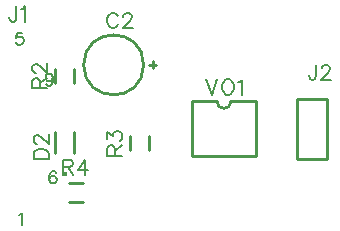
<source format=gbr>
G04 DipTrace 3.0.0.1*
G04 TopSilk.gbr*
%MOIN*%
G04 #@! TF.FileFunction,Legend,Top*
G04 #@! TF.Part,Single*
%ADD10C,0.009843*%
%ADD16C,0.015749*%
%ADD56C,0.00772*%
%ADD59C,0.006176*%
%FSLAX26Y26*%
G04*
G70*
G90*
G75*
G01*
G04 TopSilk*
%LPD*%
X517381Y224320D2*
D10*
Y200680D1*
X529200Y212500D2*
X505587D1*
X287506D2*
G02X287506Y212500I99965J0D01*
G01*
X193501Y-81012D2*
Y-10133D1*
X256496Y-81012D2*
Y-10133D1*
D16*
X224999Y-149902D3*
X1100005Y100012D2*
D10*
X1000000D1*
Y-100012D1*
X1100005D1*
Y100012D1*
X256493Y200093D2*
Y152860D1*
X193507Y200093D2*
Y152860D1*
X443507Y-72140D2*
Y-24907D1*
X506493Y-72140D2*
Y-24907D1*
X237407Y-181007D2*
X284640D1*
X237407Y-243993D2*
X284640D1*
X648539Y-90551D2*
X861107D1*
X648539Y90551D2*
Y-90551D1*
X861107D2*
Y90551D1*
X648539D2*
X731190D1*
X861107D2*
X778456D1*
X731190D2*
G03X778456Y90551I23633J-1D01*
G01*
X401822Y373785D2*
D56*
X399445Y378538D1*
X394637Y383346D1*
X389883Y385723D1*
X380322D1*
X375513Y383346D1*
X370760Y378538D1*
X368328Y373785D1*
X365952Y366600D1*
Y354606D1*
X368328Y347477D1*
X370760Y342668D1*
X375513Y337915D1*
X380322Y335483D1*
X389883D1*
X394637Y337915D1*
X399445Y342668D1*
X401822Y347477D1*
X419693Y373730D2*
Y376106D1*
X422069Y380915D1*
X424446Y383291D1*
X429254Y385668D1*
X438816D1*
X443569Y383291D1*
X445946Y380915D1*
X448378Y376106D1*
Y371353D1*
X445946Y366545D1*
X441193Y359415D1*
X417261Y335483D1*
X450754D1*
X120278Y-101547D2*
X170518D1*
Y-84801D1*
X168086Y-77616D1*
X163333Y-72807D1*
X158525Y-70431D1*
X151395Y-68054D1*
X139402D1*
X132217Y-70431D1*
X127463Y-72807D1*
X122655Y-77616D1*
X120278Y-84801D1*
Y-101547D1*
X132272Y-50183D2*
X129895D1*
X125087Y-47806D1*
X122710Y-45430D1*
X120334Y-40621D1*
Y-31060D1*
X122710Y-26307D1*
X125087Y-23930D1*
X129895Y-21498D1*
X134648D1*
X139457Y-23930D1*
X146587Y-28683D1*
X170518Y-52615D1*
Y-19122D1*
X63393Y407236D2*
Y368989D1*
X61016Y361804D1*
X58584Y359427D1*
X53831Y356996D1*
X49022D1*
X44269Y359427D1*
X41893Y361804D1*
X39461Y368989D1*
Y373742D1*
X78832Y397619D2*
X83640Y400051D1*
X90825Y407180D1*
Y356996D1*
X1062500Y212593D2*
Y174347D1*
X1060123Y167162D1*
X1057691Y164785D1*
X1052938Y162353D1*
X1048129D1*
X1043376Y164785D1*
X1041000Y167162D1*
X1038568Y174347D1*
Y179100D1*
X1080371Y200600D2*
Y202976D1*
X1082747Y207785D1*
X1085124Y210161D1*
X1089932Y212538D1*
X1099494D1*
X1104247Y210161D1*
X1106624Y207785D1*
X1109056Y202976D1*
Y198223D1*
X1106624Y193415D1*
X1101871Y186285D1*
X1077939Y162353D1*
X1111432D1*
X140276Y135264D2*
Y156763D1*
X137844Y163948D1*
X135467Y166380D1*
X130714Y168757D1*
X125906D1*
X121152Y166380D1*
X118720Y163948D1*
X116344Y156763D1*
Y135264D1*
X166584D1*
X140276Y152010D2*
X166584Y168757D1*
X128337Y186628D2*
X125961D1*
X121152Y189005D1*
X118776Y191381D1*
X116399Y196190D1*
Y205751D1*
X118776Y210504D1*
X121152Y212881D1*
X125961Y215313D1*
X130714D1*
X135522Y212881D1*
X142652Y208128D1*
X166584Y184196D1*
Y217689D1*
X390276Y-89736D2*
Y-68237D1*
X387844Y-61052D1*
X385467Y-58620D1*
X380714Y-56243D1*
X375906D1*
X371152Y-58620D1*
X368720Y-61052D1*
X366344Y-68237D1*
Y-89736D1*
X416584D1*
X390276Y-72990D2*
X416584Y-56243D1*
X366399Y-35995D2*
Y-9742D1*
X385522Y-24057D1*
Y-16872D1*
X387899Y-12119D1*
X390276Y-9742D1*
X397461Y-7311D1*
X402214D1*
X409399Y-9743D1*
X414207Y-14496D1*
X416584Y-21681D1*
Y-28866D1*
X414207Y-35996D1*
X411775Y-38372D1*
X407022Y-40804D1*
X218622Y-127776D2*
X240122D1*
X247307Y-125344D1*
X249739Y-122967D1*
X252116Y-118214D1*
Y-113405D1*
X249739Y-108652D1*
X247307Y-106220D1*
X240122Y-103844D1*
X218622D1*
Y-154084D1*
X235369Y-127776D2*
X252116Y-154084D1*
X291487D2*
Y-103899D1*
X267555Y-137337D1*
X303425D1*
X695140Y163774D2*
X714264Y113534D1*
X733387Y163774D1*
X763196D2*
X758388Y161398D1*
X753635Y156589D1*
X751203Y151836D1*
X748826Y144651D1*
Y132658D1*
X751203Y125528D1*
X753635Y120719D1*
X758388Y115966D1*
X763196Y113534D1*
X772758D1*
X777511Y115966D1*
X782319Y120719D1*
X784696Y125528D1*
X787073Y132658D1*
Y144651D1*
X784696Y151836D1*
X782319Y156589D1*
X777511Y161398D1*
X772758Y163774D1*
X763196D1*
X802512Y154157D2*
X807320Y156589D1*
X814505Y163719D1*
Y113534D1*
X73095Y-287294D2*
D59*
X76942Y-285348D1*
X82690Y-279644D1*
Y-319792D1*
X83543Y320401D2*
X64442D1*
X62540Y303201D1*
X64442Y305103D1*
X70190Y307048D1*
X75894D1*
X81642Y305103D1*
X85488Y301300D1*
X87390Y295552D1*
Y291750D1*
X85488Y286002D1*
X81642Y282155D1*
X75894Y280254D1*
X70190D1*
X64442Y282155D1*
X62540Y284100D1*
X60595Y287903D1*
X196017Y-147822D2*
X194116Y-144020D1*
X188368Y-142118D1*
X184565D1*
X178817Y-144020D1*
X174971Y-149768D1*
X173069Y-159318D1*
Y-168869D1*
X174971Y-176518D1*
X178817Y-180365D1*
X184565Y-182266D1*
X186467D1*
X192170Y-180365D1*
X196017Y-176518D1*
X197918Y-170770D1*
Y-168869D1*
X196017Y-163121D1*
X192170Y-159318D1*
X186467Y-157417D1*
X184565D1*
X178817Y-159318D1*
X174971Y-163121D1*
X173069Y-168869D1*
X185490Y169522D2*
X183544Y163774D1*
X179742Y159928D1*
X173994Y158026D1*
X172092D1*
X166344Y159928D1*
X162542Y163774D1*
X160596Y169522D1*
Y171424D1*
X162542Y177172D1*
X166344Y180974D1*
X172092Y182875D1*
X173994D1*
X179742Y180974D1*
X183544Y177172D1*
X185490Y169522D1*
Y159928D1*
X183544Y150377D1*
X179742Y144629D1*
X173994Y142728D1*
X170191D1*
X164443Y144629D1*
X162542Y148476D1*
M02*

</source>
